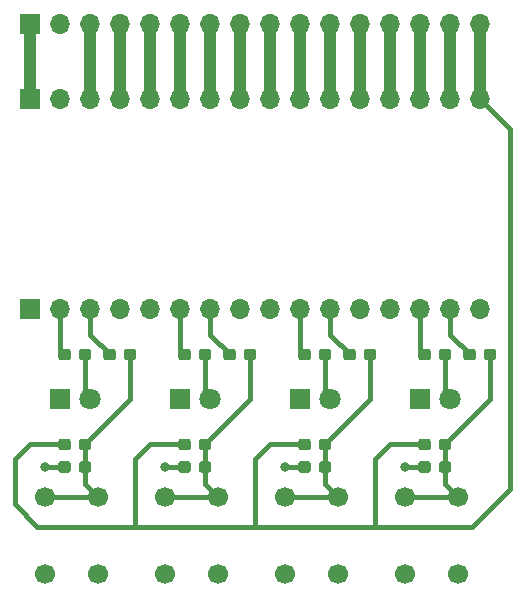
<source format=gtl>
G04 #@! TF.GenerationSoftware,KiCad,Pcbnew,5.1.4-e60b266~84~ubuntu18.04.1*
G04 #@! TF.CreationDate,2019-09-28T19:30:38+02:00*
G04 #@! TF.ProjectId,UpduinoLEDButtonExpander,55706475-696e-46f4-9c45-44427574746f,rev?*
G04 #@! TF.SameCoordinates,PX88dc9f0PY43d3480*
G04 #@! TF.FileFunction,Copper,L1,Top*
G04 #@! TF.FilePolarity,Positive*
%FSLAX46Y46*%
G04 Gerber Fmt 4.6, Leading zero omitted, Abs format (unit mm)*
G04 Created by KiCad (PCBNEW 5.1.4-e60b266~84~ubuntu18.04.1) date 2019-09-28 19:30:38*
%MOMM*%
%LPD*%
G04 APERTURE LIST*
%ADD10C,0.100000*%
%ADD11C,0.950000*%
%ADD12R,1.800000X1.800000*%
%ADD13C,1.800000*%
%ADD14R,1.700000X1.700000*%
%ADD15O,1.700000X1.700000*%
%ADD16C,1.700000*%
%ADD17C,0.800000*%
%ADD18C,1.000000*%
%ADD19C,0.400000*%
G04 APERTURE END LIST*
D10*
G36*
X-15804221Y-30641144D02*
G01*
X-15781166Y-30644563D01*
X-15758557Y-30650227D01*
X-15736613Y-30658079D01*
X-15715543Y-30668044D01*
X-15695552Y-30680026D01*
X-15676832Y-30693910D01*
X-15659562Y-30709562D01*
X-15643910Y-30726832D01*
X-15630026Y-30745552D01*
X-15618044Y-30765543D01*
X-15608079Y-30786613D01*
X-15600227Y-30808557D01*
X-15594563Y-30831166D01*
X-15591144Y-30854221D01*
X-15590000Y-30877500D01*
X-15590000Y-31352500D01*
X-15591144Y-31375779D01*
X-15594563Y-31398834D01*
X-15600227Y-31421443D01*
X-15608079Y-31443387D01*
X-15618044Y-31464457D01*
X-15630026Y-31484448D01*
X-15643910Y-31503168D01*
X-15659562Y-31520438D01*
X-15676832Y-31536090D01*
X-15695552Y-31549974D01*
X-15715543Y-31561956D01*
X-15736613Y-31571921D01*
X-15758557Y-31579773D01*
X-15781166Y-31585437D01*
X-15804221Y-31588856D01*
X-15827500Y-31590000D01*
X-16402500Y-31590000D01*
X-16425779Y-31588856D01*
X-16448834Y-31585437D01*
X-16471443Y-31579773D01*
X-16493387Y-31571921D01*
X-16514457Y-31561956D01*
X-16534448Y-31549974D01*
X-16553168Y-31536090D01*
X-16570438Y-31520438D01*
X-16586090Y-31503168D01*
X-16599974Y-31484448D01*
X-16611956Y-31464457D01*
X-16621921Y-31443387D01*
X-16629773Y-31421443D01*
X-16635437Y-31398834D01*
X-16638856Y-31375779D01*
X-16640000Y-31352500D01*
X-16640000Y-30877500D01*
X-16638856Y-30854221D01*
X-16635437Y-30831166D01*
X-16629773Y-30808557D01*
X-16621921Y-30786613D01*
X-16611956Y-30765543D01*
X-16599974Y-30745552D01*
X-16586090Y-30726832D01*
X-16570438Y-30709562D01*
X-16553168Y-30693910D01*
X-16534448Y-30680026D01*
X-16514457Y-30668044D01*
X-16493387Y-30658079D01*
X-16471443Y-30650227D01*
X-16448834Y-30644563D01*
X-16425779Y-30641144D01*
X-16402500Y-30640000D01*
X-15827500Y-30640000D01*
X-15804221Y-30641144D01*
X-15804221Y-30641144D01*
G37*
D11*
X-16115000Y-31115000D03*
D10*
G36*
X-14054221Y-30641144D02*
G01*
X-14031166Y-30644563D01*
X-14008557Y-30650227D01*
X-13986613Y-30658079D01*
X-13965543Y-30668044D01*
X-13945552Y-30680026D01*
X-13926832Y-30693910D01*
X-13909562Y-30709562D01*
X-13893910Y-30726832D01*
X-13880026Y-30745552D01*
X-13868044Y-30765543D01*
X-13858079Y-30786613D01*
X-13850227Y-30808557D01*
X-13844563Y-30831166D01*
X-13841144Y-30854221D01*
X-13840000Y-30877500D01*
X-13840000Y-31352500D01*
X-13841144Y-31375779D01*
X-13844563Y-31398834D01*
X-13850227Y-31421443D01*
X-13858079Y-31443387D01*
X-13868044Y-31464457D01*
X-13880026Y-31484448D01*
X-13893910Y-31503168D01*
X-13909562Y-31520438D01*
X-13926832Y-31536090D01*
X-13945552Y-31549974D01*
X-13965543Y-31561956D01*
X-13986613Y-31571921D01*
X-14008557Y-31579773D01*
X-14031166Y-31585437D01*
X-14054221Y-31588856D01*
X-14077500Y-31590000D01*
X-14652500Y-31590000D01*
X-14675779Y-31588856D01*
X-14698834Y-31585437D01*
X-14721443Y-31579773D01*
X-14743387Y-31571921D01*
X-14764457Y-31561956D01*
X-14784448Y-31549974D01*
X-14803168Y-31536090D01*
X-14820438Y-31520438D01*
X-14836090Y-31503168D01*
X-14849974Y-31484448D01*
X-14861956Y-31464457D01*
X-14871921Y-31443387D01*
X-14879773Y-31421443D01*
X-14885437Y-31398834D01*
X-14888856Y-31375779D01*
X-14890000Y-31352500D01*
X-14890000Y-30877500D01*
X-14888856Y-30854221D01*
X-14885437Y-30831166D01*
X-14879773Y-30808557D01*
X-14871921Y-30786613D01*
X-14861956Y-30765543D01*
X-14849974Y-30745552D01*
X-14836090Y-30726832D01*
X-14820438Y-30709562D01*
X-14803168Y-30693910D01*
X-14784448Y-30680026D01*
X-14764457Y-30668044D01*
X-14743387Y-30658079D01*
X-14721443Y-30650227D01*
X-14698834Y-30644563D01*
X-14675779Y-30641144D01*
X-14652500Y-30640000D01*
X-14077500Y-30640000D01*
X-14054221Y-30641144D01*
X-14054221Y-30641144D01*
G37*
D11*
X-14365000Y-31115000D03*
D10*
G36*
X-3894221Y-30641144D02*
G01*
X-3871166Y-30644563D01*
X-3848557Y-30650227D01*
X-3826613Y-30658079D01*
X-3805543Y-30668044D01*
X-3785552Y-30680026D01*
X-3766832Y-30693910D01*
X-3749562Y-30709562D01*
X-3733910Y-30726832D01*
X-3720026Y-30745552D01*
X-3708044Y-30765543D01*
X-3698079Y-30786613D01*
X-3690227Y-30808557D01*
X-3684563Y-30831166D01*
X-3681144Y-30854221D01*
X-3680000Y-30877500D01*
X-3680000Y-31352500D01*
X-3681144Y-31375779D01*
X-3684563Y-31398834D01*
X-3690227Y-31421443D01*
X-3698079Y-31443387D01*
X-3708044Y-31464457D01*
X-3720026Y-31484448D01*
X-3733910Y-31503168D01*
X-3749562Y-31520438D01*
X-3766832Y-31536090D01*
X-3785552Y-31549974D01*
X-3805543Y-31561956D01*
X-3826613Y-31571921D01*
X-3848557Y-31579773D01*
X-3871166Y-31585437D01*
X-3894221Y-31588856D01*
X-3917500Y-31590000D01*
X-4492500Y-31590000D01*
X-4515779Y-31588856D01*
X-4538834Y-31585437D01*
X-4561443Y-31579773D01*
X-4583387Y-31571921D01*
X-4604457Y-31561956D01*
X-4624448Y-31549974D01*
X-4643168Y-31536090D01*
X-4660438Y-31520438D01*
X-4676090Y-31503168D01*
X-4689974Y-31484448D01*
X-4701956Y-31464457D01*
X-4711921Y-31443387D01*
X-4719773Y-31421443D01*
X-4725437Y-31398834D01*
X-4728856Y-31375779D01*
X-4730000Y-31352500D01*
X-4730000Y-30877500D01*
X-4728856Y-30854221D01*
X-4725437Y-30831166D01*
X-4719773Y-30808557D01*
X-4711921Y-30786613D01*
X-4701956Y-30765543D01*
X-4689974Y-30745552D01*
X-4676090Y-30726832D01*
X-4660438Y-30709562D01*
X-4643168Y-30693910D01*
X-4624448Y-30680026D01*
X-4604457Y-30668044D01*
X-4583387Y-30658079D01*
X-4561443Y-30650227D01*
X-4538834Y-30644563D01*
X-4515779Y-30641144D01*
X-4492500Y-30640000D01*
X-3917500Y-30640000D01*
X-3894221Y-30641144D01*
X-3894221Y-30641144D01*
G37*
D11*
X-4205000Y-31115000D03*
D10*
G36*
X-5644221Y-30641144D02*
G01*
X-5621166Y-30644563D01*
X-5598557Y-30650227D01*
X-5576613Y-30658079D01*
X-5555543Y-30668044D01*
X-5535552Y-30680026D01*
X-5516832Y-30693910D01*
X-5499562Y-30709562D01*
X-5483910Y-30726832D01*
X-5470026Y-30745552D01*
X-5458044Y-30765543D01*
X-5448079Y-30786613D01*
X-5440227Y-30808557D01*
X-5434563Y-30831166D01*
X-5431144Y-30854221D01*
X-5430000Y-30877500D01*
X-5430000Y-31352500D01*
X-5431144Y-31375779D01*
X-5434563Y-31398834D01*
X-5440227Y-31421443D01*
X-5448079Y-31443387D01*
X-5458044Y-31464457D01*
X-5470026Y-31484448D01*
X-5483910Y-31503168D01*
X-5499562Y-31520438D01*
X-5516832Y-31536090D01*
X-5535552Y-31549974D01*
X-5555543Y-31561956D01*
X-5576613Y-31571921D01*
X-5598557Y-31579773D01*
X-5621166Y-31585437D01*
X-5644221Y-31588856D01*
X-5667500Y-31590000D01*
X-6242500Y-31590000D01*
X-6265779Y-31588856D01*
X-6288834Y-31585437D01*
X-6311443Y-31579773D01*
X-6333387Y-31571921D01*
X-6354457Y-31561956D01*
X-6374448Y-31549974D01*
X-6393168Y-31536090D01*
X-6410438Y-31520438D01*
X-6426090Y-31503168D01*
X-6439974Y-31484448D01*
X-6451956Y-31464457D01*
X-6461921Y-31443387D01*
X-6469773Y-31421443D01*
X-6475437Y-31398834D01*
X-6478856Y-31375779D01*
X-6480000Y-31352500D01*
X-6480000Y-30877500D01*
X-6478856Y-30854221D01*
X-6475437Y-30831166D01*
X-6469773Y-30808557D01*
X-6461921Y-30786613D01*
X-6451956Y-30765543D01*
X-6439974Y-30745552D01*
X-6426090Y-30726832D01*
X-6410438Y-30709562D01*
X-6393168Y-30693910D01*
X-6374448Y-30680026D01*
X-6354457Y-30668044D01*
X-6333387Y-30658079D01*
X-6311443Y-30650227D01*
X-6288834Y-30644563D01*
X-6265779Y-30641144D01*
X-6242500Y-30640000D01*
X-5667500Y-30640000D01*
X-5644221Y-30641144D01*
X-5644221Y-30641144D01*
G37*
D11*
X-5955000Y-31115000D03*
D10*
G36*
X4515779Y-30641144D02*
G01*
X4538834Y-30644563D01*
X4561443Y-30650227D01*
X4583387Y-30658079D01*
X4604457Y-30668044D01*
X4624448Y-30680026D01*
X4643168Y-30693910D01*
X4660438Y-30709562D01*
X4676090Y-30726832D01*
X4689974Y-30745552D01*
X4701956Y-30765543D01*
X4711921Y-30786613D01*
X4719773Y-30808557D01*
X4725437Y-30831166D01*
X4728856Y-30854221D01*
X4730000Y-30877500D01*
X4730000Y-31352500D01*
X4728856Y-31375779D01*
X4725437Y-31398834D01*
X4719773Y-31421443D01*
X4711921Y-31443387D01*
X4701956Y-31464457D01*
X4689974Y-31484448D01*
X4676090Y-31503168D01*
X4660438Y-31520438D01*
X4643168Y-31536090D01*
X4624448Y-31549974D01*
X4604457Y-31561956D01*
X4583387Y-31571921D01*
X4561443Y-31579773D01*
X4538834Y-31585437D01*
X4515779Y-31588856D01*
X4492500Y-31590000D01*
X3917500Y-31590000D01*
X3894221Y-31588856D01*
X3871166Y-31585437D01*
X3848557Y-31579773D01*
X3826613Y-31571921D01*
X3805543Y-31561956D01*
X3785552Y-31549974D01*
X3766832Y-31536090D01*
X3749562Y-31520438D01*
X3733910Y-31503168D01*
X3720026Y-31484448D01*
X3708044Y-31464457D01*
X3698079Y-31443387D01*
X3690227Y-31421443D01*
X3684563Y-31398834D01*
X3681144Y-31375779D01*
X3680000Y-31352500D01*
X3680000Y-30877500D01*
X3681144Y-30854221D01*
X3684563Y-30831166D01*
X3690227Y-30808557D01*
X3698079Y-30786613D01*
X3708044Y-30765543D01*
X3720026Y-30745552D01*
X3733910Y-30726832D01*
X3749562Y-30709562D01*
X3766832Y-30693910D01*
X3785552Y-30680026D01*
X3805543Y-30668044D01*
X3826613Y-30658079D01*
X3848557Y-30650227D01*
X3871166Y-30644563D01*
X3894221Y-30641144D01*
X3917500Y-30640000D01*
X4492500Y-30640000D01*
X4515779Y-30641144D01*
X4515779Y-30641144D01*
G37*
D11*
X4205000Y-31115000D03*
D10*
G36*
X6265779Y-30641144D02*
G01*
X6288834Y-30644563D01*
X6311443Y-30650227D01*
X6333387Y-30658079D01*
X6354457Y-30668044D01*
X6374448Y-30680026D01*
X6393168Y-30693910D01*
X6410438Y-30709562D01*
X6426090Y-30726832D01*
X6439974Y-30745552D01*
X6451956Y-30765543D01*
X6461921Y-30786613D01*
X6469773Y-30808557D01*
X6475437Y-30831166D01*
X6478856Y-30854221D01*
X6480000Y-30877500D01*
X6480000Y-31352500D01*
X6478856Y-31375779D01*
X6475437Y-31398834D01*
X6469773Y-31421443D01*
X6461921Y-31443387D01*
X6451956Y-31464457D01*
X6439974Y-31484448D01*
X6426090Y-31503168D01*
X6410438Y-31520438D01*
X6393168Y-31536090D01*
X6374448Y-31549974D01*
X6354457Y-31561956D01*
X6333387Y-31571921D01*
X6311443Y-31579773D01*
X6288834Y-31585437D01*
X6265779Y-31588856D01*
X6242500Y-31590000D01*
X5667500Y-31590000D01*
X5644221Y-31588856D01*
X5621166Y-31585437D01*
X5598557Y-31579773D01*
X5576613Y-31571921D01*
X5555543Y-31561956D01*
X5535552Y-31549974D01*
X5516832Y-31536090D01*
X5499562Y-31520438D01*
X5483910Y-31503168D01*
X5470026Y-31484448D01*
X5458044Y-31464457D01*
X5448079Y-31443387D01*
X5440227Y-31421443D01*
X5434563Y-31398834D01*
X5431144Y-31375779D01*
X5430000Y-31352500D01*
X5430000Y-30877500D01*
X5431144Y-30854221D01*
X5434563Y-30831166D01*
X5440227Y-30808557D01*
X5448079Y-30786613D01*
X5458044Y-30765543D01*
X5470026Y-30745552D01*
X5483910Y-30726832D01*
X5499562Y-30709562D01*
X5516832Y-30693910D01*
X5535552Y-30680026D01*
X5555543Y-30668044D01*
X5576613Y-30658079D01*
X5598557Y-30650227D01*
X5621166Y-30644563D01*
X5644221Y-30641144D01*
X5667500Y-30640000D01*
X6242500Y-30640000D01*
X6265779Y-30641144D01*
X6265779Y-30641144D01*
G37*
D11*
X5955000Y-31115000D03*
D10*
G36*
X16425779Y-30641144D02*
G01*
X16448834Y-30644563D01*
X16471443Y-30650227D01*
X16493387Y-30658079D01*
X16514457Y-30668044D01*
X16534448Y-30680026D01*
X16553168Y-30693910D01*
X16570438Y-30709562D01*
X16586090Y-30726832D01*
X16599974Y-30745552D01*
X16611956Y-30765543D01*
X16621921Y-30786613D01*
X16629773Y-30808557D01*
X16635437Y-30831166D01*
X16638856Y-30854221D01*
X16640000Y-30877500D01*
X16640000Y-31352500D01*
X16638856Y-31375779D01*
X16635437Y-31398834D01*
X16629773Y-31421443D01*
X16621921Y-31443387D01*
X16611956Y-31464457D01*
X16599974Y-31484448D01*
X16586090Y-31503168D01*
X16570438Y-31520438D01*
X16553168Y-31536090D01*
X16534448Y-31549974D01*
X16514457Y-31561956D01*
X16493387Y-31571921D01*
X16471443Y-31579773D01*
X16448834Y-31585437D01*
X16425779Y-31588856D01*
X16402500Y-31590000D01*
X15827500Y-31590000D01*
X15804221Y-31588856D01*
X15781166Y-31585437D01*
X15758557Y-31579773D01*
X15736613Y-31571921D01*
X15715543Y-31561956D01*
X15695552Y-31549974D01*
X15676832Y-31536090D01*
X15659562Y-31520438D01*
X15643910Y-31503168D01*
X15630026Y-31484448D01*
X15618044Y-31464457D01*
X15608079Y-31443387D01*
X15600227Y-31421443D01*
X15594563Y-31398834D01*
X15591144Y-31375779D01*
X15590000Y-31352500D01*
X15590000Y-30877500D01*
X15591144Y-30854221D01*
X15594563Y-30831166D01*
X15600227Y-30808557D01*
X15608079Y-30786613D01*
X15618044Y-30765543D01*
X15630026Y-30745552D01*
X15643910Y-30726832D01*
X15659562Y-30709562D01*
X15676832Y-30693910D01*
X15695552Y-30680026D01*
X15715543Y-30668044D01*
X15736613Y-30658079D01*
X15758557Y-30650227D01*
X15781166Y-30644563D01*
X15804221Y-30641144D01*
X15827500Y-30640000D01*
X16402500Y-30640000D01*
X16425779Y-30641144D01*
X16425779Y-30641144D01*
G37*
D11*
X16115000Y-31115000D03*
D10*
G36*
X14675779Y-30641144D02*
G01*
X14698834Y-30644563D01*
X14721443Y-30650227D01*
X14743387Y-30658079D01*
X14764457Y-30668044D01*
X14784448Y-30680026D01*
X14803168Y-30693910D01*
X14820438Y-30709562D01*
X14836090Y-30726832D01*
X14849974Y-30745552D01*
X14861956Y-30765543D01*
X14871921Y-30786613D01*
X14879773Y-30808557D01*
X14885437Y-30831166D01*
X14888856Y-30854221D01*
X14890000Y-30877500D01*
X14890000Y-31352500D01*
X14888856Y-31375779D01*
X14885437Y-31398834D01*
X14879773Y-31421443D01*
X14871921Y-31443387D01*
X14861956Y-31464457D01*
X14849974Y-31484448D01*
X14836090Y-31503168D01*
X14820438Y-31520438D01*
X14803168Y-31536090D01*
X14784448Y-31549974D01*
X14764457Y-31561956D01*
X14743387Y-31571921D01*
X14721443Y-31579773D01*
X14698834Y-31585437D01*
X14675779Y-31588856D01*
X14652500Y-31590000D01*
X14077500Y-31590000D01*
X14054221Y-31588856D01*
X14031166Y-31585437D01*
X14008557Y-31579773D01*
X13986613Y-31571921D01*
X13965543Y-31561956D01*
X13945552Y-31549974D01*
X13926832Y-31536090D01*
X13909562Y-31520438D01*
X13893910Y-31503168D01*
X13880026Y-31484448D01*
X13868044Y-31464457D01*
X13858079Y-31443387D01*
X13850227Y-31421443D01*
X13844563Y-31398834D01*
X13841144Y-31375779D01*
X13840000Y-31352500D01*
X13840000Y-30877500D01*
X13841144Y-30854221D01*
X13844563Y-30831166D01*
X13850227Y-30808557D01*
X13858079Y-30786613D01*
X13868044Y-30765543D01*
X13880026Y-30745552D01*
X13893910Y-30726832D01*
X13909562Y-30709562D01*
X13926832Y-30693910D01*
X13945552Y-30680026D01*
X13965543Y-30668044D01*
X13986613Y-30658079D01*
X14008557Y-30650227D01*
X14031166Y-30644563D01*
X14054221Y-30641144D01*
X14077500Y-30640000D01*
X14652500Y-30640000D01*
X14675779Y-30641144D01*
X14675779Y-30641144D01*
G37*
D11*
X14365000Y-31115000D03*
D12*
X-16510000Y-25400000D03*
D13*
X-13970000Y-25400000D03*
X-3810000Y-25400000D03*
D12*
X-6350000Y-25400000D03*
D13*
X6350000Y-25400000D03*
D12*
X3810000Y-25400000D03*
X13970000Y-25400000D03*
D13*
X16510000Y-25400000D03*
D14*
X-19050000Y0D03*
D15*
X-16510000Y0D03*
X-13970000Y0D03*
X-11430000Y0D03*
X-8890000Y0D03*
X-6350000Y0D03*
X-3810000Y0D03*
X-1270000Y0D03*
X1270000Y0D03*
X3810000Y0D03*
X6350000Y0D03*
X8890000Y0D03*
X11430000Y0D03*
X13970000Y0D03*
X16510000Y0D03*
X19050000Y0D03*
D10*
G36*
X-15804221Y-21116144D02*
G01*
X-15781166Y-21119563D01*
X-15758557Y-21125227D01*
X-15736613Y-21133079D01*
X-15715543Y-21143044D01*
X-15695552Y-21155026D01*
X-15676832Y-21168910D01*
X-15659562Y-21184562D01*
X-15643910Y-21201832D01*
X-15630026Y-21220552D01*
X-15618044Y-21240543D01*
X-15608079Y-21261613D01*
X-15600227Y-21283557D01*
X-15594563Y-21306166D01*
X-15591144Y-21329221D01*
X-15590000Y-21352500D01*
X-15590000Y-21827500D01*
X-15591144Y-21850779D01*
X-15594563Y-21873834D01*
X-15600227Y-21896443D01*
X-15608079Y-21918387D01*
X-15618044Y-21939457D01*
X-15630026Y-21959448D01*
X-15643910Y-21978168D01*
X-15659562Y-21995438D01*
X-15676832Y-22011090D01*
X-15695552Y-22024974D01*
X-15715543Y-22036956D01*
X-15736613Y-22046921D01*
X-15758557Y-22054773D01*
X-15781166Y-22060437D01*
X-15804221Y-22063856D01*
X-15827500Y-22065000D01*
X-16402500Y-22065000D01*
X-16425779Y-22063856D01*
X-16448834Y-22060437D01*
X-16471443Y-22054773D01*
X-16493387Y-22046921D01*
X-16514457Y-22036956D01*
X-16534448Y-22024974D01*
X-16553168Y-22011090D01*
X-16570438Y-21995438D01*
X-16586090Y-21978168D01*
X-16599974Y-21959448D01*
X-16611956Y-21939457D01*
X-16621921Y-21918387D01*
X-16629773Y-21896443D01*
X-16635437Y-21873834D01*
X-16638856Y-21850779D01*
X-16640000Y-21827500D01*
X-16640000Y-21352500D01*
X-16638856Y-21329221D01*
X-16635437Y-21306166D01*
X-16629773Y-21283557D01*
X-16621921Y-21261613D01*
X-16611956Y-21240543D01*
X-16599974Y-21220552D01*
X-16586090Y-21201832D01*
X-16570438Y-21184562D01*
X-16553168Y-21168910D01*
X-16534448Y-21155026D01*
X-16514457Y-21143044D01*
X-16493387Y-21133079D01*
X-16471443Y-21125227D01*
X-16448834Y-21119563D01*
X-16425779Y-21116144D01*
X-16402500Y-21115000D01*
X-15827500Y-21115000D01*
X-15804221Y-21116144D01*
X-15804221Y-21116144D01*
G37*
D11*
X-16115000Y-21590000D03*
D10*
G36*
X-14054221Y-21116144D02*
G01*
X-14031166Y-21119563D01*
X-14008557Y-21125227D01*
X-13986613Y-21133079D01*
X-13965543Y-21143044D01*
X-13945552Y-21155026D01*
X-13926832Y-21168910D01*
X-13909562Y-21184562D01*
X-13893910Y-21201832D01*
X-13880026Y-21220552D01*
X-13868044Y-21240543D01*
X-13858079Y-21261613D01*
X-13850227Y-21283557D01*
X-13844563Y-21306166D01*
X-13841144Y-21329221D01*
X-13840000Y-21352500D01*
X-13840000Y-21827500D01*
X-13841144Y-21850779D01*
X-13844563Y-21873834D01*
X-13850227Y-21896443D01*
X-13858079Y-21918387D01*
X-13868044Y-21939457D01*
X-13880026Y-21959448D01*
X-13893910Y-21978168D01*
X-13909562Y-21995438D01*
X-13926832Y-22011090D01*
X-13945552Y-22024974D01*
X-13965543Y-22036956D01*
X-13986613Y-22046921D01*
X-14008557Y-22054773D01*
X-14031166Y-22060437D01*
X-14054221Y-22063856D01*
X-14077500Y-22065000D01*
X-14652500Y-22065000D01*
X-14675779Y-22063856D01*
X-14698834Y-22060437D01*
X-14721443Y-22054773D01*
X-14743387Y-22046921D01*
X-14764457Y-22036956D01*
X-14784448Y-22024974D01*
X-14803168Y-22011090D01*
X-14820438Y-21995438D01*
X-14836090Y-21978168D01*
X-14849974Y-21959448D01*
X-14861956Y-21939457D01*
X-14871921Y-21918387D01*
X-14879773Y-21896443D01*
X-14885437Y-21873834D01*
X-14888856Y-21850779D01*
X-14890000Y-21827500D01*
X-14890000Y-21352500D01*
X-14888856Y-21329221D01*
X-14885437Y-21306166D01*
X-14879773Y-21283557D01*
X-14871921Y-21261613D01*
X-14861956Y-21240543D01*
X-14849974Y-21220552D01*
X-14836090Y-21201832D01*
X-14820438Y-21184562D01*
X-14803168Y-21168910D01*
X-14784448Y-21155026D01*
X-14764457Y-21143044D01*
X-14743387Y-21133079D01*
X-14721443Y-21125227D01*
X-14698834Y-21119563D01*
X-14675779Y-21116144D01*
X-14652500Y-21115000D01*
X-14077500Y-21115000D01*
X-14054221Y-21116144D01*
X-14054221Y-21116144D01*
G37*
D11*
X-14365000Y-21590000D03*
D10*
G36*
X-15804221Y-28736144D02*
G01*
X-15781166Y-28739563D01*
X-15758557Y-28745227D01*
X-15736613Y-28753079D01*
X-15715543Y-28763044D01*
X-15695552Y-28775026D01*
X-15676832Y-28788910D01*
X-15659562Y-28804562D01*
X-15643910Y-28821832D01*
X-15630026Y-28840552D01*
X-15618044Y-28860543D01*
X-15608079Y-28881613D01*
X-15600227Y-28903557D01*
X-15594563Y-28926166D01*
X-15591144Y-28949221D01*
X-15590000Y-28972500D01*
X-15590000Y-29447500D01*
X-15591144Y-29470779D01*
X-15594563Y-29493834D01*
X-15600227Y-29516443D01*
X-15608079Y-29538387D01*
X-15618044Y-29559457D01*
X-15630026Y-29579448D01*
X-15643910Y-29598168D01*
X-15659562Y-29615438D01*
X-15676832Y-29631090D01*
X-15695552Y-29644974D01*
X-15715543Y-29656956D01*
X-15736613Y-29666921D01*
X-15758557Y-29674773D01*
X-15781166Y-29680437D01*
X-15804221Y-29683856D01*
X-15827500Y-29685000D01*
X-16402500Y-29685000D01*
X-16425779Y-29683856D01*
X-16448834Y-29680437D01*
X-16471443Y-29674773D01*
X-16493387Y-29666921D01*
X-16514457Y-29656956D01*
X-16534448Y-29644974D01*
X-16553168Y-29631090D01*
X-16570438Y-29615438D01*
X-16586090Y-29598168D01*
X-16599974Y-29579448D01*
X-16611956Y-29559457D01*
X-16621921Y-29538387D01*
X-16629773Y-29516443D01*
X-16635437Y-29493834D01*
X-16638856Y-29470779D01*
X-16640000Y-29447500D01*
X-16640000Y-28972500D01*
X-16638856Y-28949221D01*
X-16635437Y-28926166D01*
X-16629773Y-28903557D01*
X-16621921Y-28881613D01*
X-16611956Y-28860543D01*
X-16599974Y-28840552D01*
X-16586090Y-28821832D01*
X-16570438Y-28804562D01*
X-16553168Y-28788910D01*
X-16534448Y-28775026D01*
X-16514457Y-28763044D01*
X-16493387Y-28753079D01*
X-16471443Y-28745227D01*
X-16448834Y-28739563D01*
X-16425779Y-28736144D01*
X-16402500Y-28735000D01*
X-15827500Y-28735000D01*
X-15804221Y-28736144D01*
X-15804221Y-28736144D01*
G37*
D11*
X-16115000Y-29210000D03*
D10*
G36*
X-14054221Y-28736144D02*
G01*
X-14031166Y-28739563D01*
X-14008557Y-28745227D01*
X-13986613Y-28753079D01*
X-13965543Y-28763044D01*
X-13945552Y-28775026D01*
X-13926832Y-28788910D01*
X-13909562Y-28804562D01*
X-13893910Y-28821832D01*
X-13880026Y-28840552D01*
X-13868044Y-28860543D01*
X-13858079Y-28881613D01*
X-13850227Y-28903557D01*
X-13844563Y-28926166D01*
X-13841144Y-28949221D01*
X-13840000Y-28972500D01*
X-13840000Y-29447500D01*
X-13841144Y-29470779D01*
X-13844563Y-29493834D01*
X-13850227Y-29516443D01*
X-13858079Y-29538387D01*
X-13868044Y-29559457D01*
X-13880026Y-29579448D01*
X-13893910Y-29598168D01*
X-13909562Y-29615438D01*
X-13926832Y-29631090D01*
X-13945552Y-29644974D01*
X-13965543Y-29656956D01*
X-13986613Y-29666921D01*
X-14008557Y-29674773D01*
X-14031166Y-29680437D01*
X-14054221Y-29683856D01*
X-14077500Y-29685000D01*
X-14652500Y-29685000D01*
X-14675779Y-29683856D01*
X-14698834Y-29680437D01*
X-14721443Y-29674773D01*
X-14743387Y-29666921D01*
X-14764457Y-29656956D01*
X-14784448Y-29644974D01*
X-14803168Y-29631090D01*
X-14820438Y-29615438D01*
X-14836090Y-29598168D01*
X-14849974Y-29579448D01*
X-14861956Y-29559457D01*
X-14871921Y-29538387D01*
X-14879773Y-29516443D01*
X-14885437Y-29493834D01*
X-14888856Y-29470779D01*
X-14890000Y-29447500D01*
X-14890000Y-28972500D01*
X-14888856Y-28949221D01*
X-14885437Y-28926166D01*
X-14879773Y-28903557D01*
X-14871921Y-28881613D01*
X-14861956Y-28860543D01*
X-14849974Y-28840552D01*
X-14836090Y-28821832D01*
X-14820438Y-28804562D01*
X-14803168Y-28788910D01*
X-14784448Y-28775026D01*
X-14764457Y-28763044D01*
X-14743387Y-28753079D01*
X-14721443Y-28745227D01*
X-14698834Y-28739563D01*
X-14675779Y-28736144D01*
X-14652500Y-28735000D01*
X-14077500Y-28735000D01*
X-14054221Y-28736144D01*
X-14054221Y-28736144D01*
G37*
D11*
X-14365000Y-29210000D03*
D10*
G36*
X-5644221Y-21116144D02*
G01*
X-5621166Y-21119563D01*
X-5598557Y-21125227D01*
X-5576613Y-21133079D01*
X-5555543Y-21143044D01*
X-5535552Y-21155026D01*
X-5516832Y-21168910D01*
X-5499562Y-21184562D01*
X-5483910Y-21201832D01*
X-5470026Y-21220552D01*
X-5458044Y-21240543D01*
X-5448079Y-21261613D01*
X-5440227Y-21283557D01*
X-5434563Y-21306166D01*
X-5431144Y-21329221D01*
X-5430000Y-21352500D01*
X-5430000Y-21827500D01*
X-5431144Y-21850779D01*
X-5434563Y-21873834D01*
X-5440227Y-21896443D01*
X-5448079Y-21918387D01*
X-5458044Y-21939457D01*
X-5470026Y-21959448D01*
X-5483910Y-21978168D01*
X-5499562Y-21995438D01*
X-5516832Y-22011090D01*
X-5535552Y-22024974D01*
X-5555543Y-22036956D01*
X-5576613Y-22046921D01*
X-5598557Y-22054773D01*
X-5621166Y-22060437D01*
X-5644221Y-22063856D01*
X-5667500Y-22065000D01*
X-6242500Y-22065000D01*
X-6265779Y-22063856D01*
X-6288834Y-22060437D01*
X-6311443Y-22054773D01*
X-6333387Y-22046921D01*
X-6354457Y-22036956D01*
X-6374448Y-22024974D01*
X-6393168Y-22011090D01*
X-6410438Y-21995438D01*
X-6426090Y-21978168D01*
X-6439974Y-21959448D01*
X-6451956Y-21939457D01*
X-6461921Y-21918387D01*
X-6469773Y-21896443D01*
X-6475437Y-21873834D01*
X-6478856Y-21850779D01*
X-6480000Y-21827500D01*
X-6480000Y-21352500D01*
X-6478856Y-21329221D01*
X-6475437Y-21306166D01*
X-6469773Y-21283557D01*
X-6461921Y-21261613D01*
X-6451956Y-21240543D01*
X-6439974Y-21220552D01*
X-6426090Y-21201832D01*
X-6410438Y-21184562D01*
X-6393168Y-21168910D01*
X-6374448Y-21155026D01*
X-6354457Y-21143044D01*
X-6333387Y-21133079D01*
X-6311443Y-21125227D01*
X-6288834Y-21119563D01*
X-6265779Y-21116144D01*
X-6242500Y-21115000D01*
X-5667500Y-21115000D01*
X-5644221Y-21116144D01*
X-5644221Y-21116144D01*
G37*
D11*
X-5955000Y-21590000D03*
D10*
G36*
X-3894221Y-21116144D02*
G01*
X-3871166Y-21119563D01*
X-3848557Y-21125227D01*
X-3826613Y-21133079D01*
X-3805543Y-21143044D01*
X-3785552Y-21155026D01*
X-3766832Y-21168910D01*
X-3749562Y-21184562D01*
X-3733910Y-21201832D01*
X-3720026Y-21220552D01*
X-3708044Y-21240543D01*
X-3698079Y-21261613D01*
X-3690227Y-21283557D01*
X-3684563Y-21306166D01*
X-3681144Y-21329221D01*
X-3680000Y-21352500D01*
X-3680000Y-21827500D01*
X-3681144Y-21850779D01*
X-3684563Y-21873834D01*
X-3690227Y-21896443D01*
X-3698079Y-21918387D01*
X-3708044Y-21939457D01*
X-3720026Y-21959448D01*
X-3733910Y-21978168D01*
X-3749562Y-21995438D01*
X-3766832Y-22011090D01*
X-3785552Y-22024974D01*
X-3805543Y-22036956D01*
X-3826613Y-22046921D01*
X-3848557Y-22054773D01*
X-3871166Y-22060437D01*
X-3894221Y-22063856D01*
X-3917500Y-22065000D01*
X-4492500Y-22065000D01*
X-4515779Y-22063856D01*
X-4538834Y-22060437D01*
X-4561443Y-22054773D01*
X-4583387Y-22046921D01*
X-4604457Y-22036956D01*
X-4624448Y-22024974D01*
X-4643168Y-22011090D01*
X-4660438Y-21995438D01*
X-4676090Y-21978168D01*
X-4689974Y-21959448D01*
X-4701956Y-21939457D01*
X-4711921Y-21918387D01*
X-4719773Y-21896443D01*
X-4725437Y-21873834D01*
X-4728856Y-21850779D01*
X-4730000Y-21827500D01*
X-4730000Y-21352500D01*
X-4728856Y-21329221D01*
X-4725437Y-21306166D01*
X-4719773Y-21283557D01*
X-4711921Y-21261613D01*
X-4701956Y-21240543D01*
X-4689974Y-21220552D01*
X-4676090Y-21201832D01*
X-4660438Y-21184562D01*
X-4643168Y-21168910D01*
X-4624448Y-21155026D01*
X-4604457Y-21143044D01*
X-4583387Y-21133079D01*
X-4561443Y-21125227D01*
X-4538834Y-21119563D01*
X-4515779Y-21116144D01*
X-4492500Y-21115000D01*
X-3917500Y-21115000D01*
X-3894221Y-21116144D01*
X-3894221Y-21116144D01*
G37*
D11*
X-4205000Y-21590000D03*
D10*
G36*
X-3894221Y-28736144D02*
G01*
X-3871166Y-28739563D01*
X-3848557Y-28745227D01*
X-3826613Y-28753079D01*
X-3805543Y-28763044D01*
X-3785552Y-28775026D01*
X-3766832Y-28788910D01*
X-3749562Y-28804562D01*
X-3733910Y-28821832D01*
X-3720026Y-28840552D01*
X-3708044Y-28860543D01*
X-3698079Y-28881613D01*
X-3690227Y-28903557D01*
X-3684563Y-28926166D01*
X-3681144Y-28949221D01*
X-3680000Y-28972500D01*
X-3680000Y-29447500D01*
X-3681144Y-29470779D01*
X-3684563Y-29493834D01*
X-3690227Y-29516443D01*
X-3698079Y-29538387D01*
X-3708044Y-29559457D01*
X-3720026Y-29579448D01*
X-3733910Y-29598168D01*
X-3749562Y-29615438D01*
X-3766832Y-29631090D01*
X-3785552Y-29644974D01*
X-3805543Y-29656956D01*
X-3826613Y-29666921D01*
X-3848557Y-29674773D01*
X-3871166Y-29680437D01*
X-3894221Y-29683856D01*
X-3917500Y-29685000D01*
X-4492500Y-29685000D01*
X-4515779Y-29683856D01*
X-4538834Y-29680437D01*
X-4561443Y-29674773D01*
X-4583387Y-29666921D01*
X-4604457Y-29656956D01*
X-4624448Y-29644974D01*
X-4643168Y-29631090D01*
X-4660438Y-29615438D01*
X-4676090Y-29598168D01*
X-4689974Y-29579448D01*
X-4701956Y-29559457D01*
X-4711921Y-29538387D01*
X-4719773Y-29516443D01*
X-4725437Y-29493834D01*
X-4728856Y-29470779D01*
X-4730000Y-29447500D01*
X-4730000Y-28972500D01*
X-4728856Y-28949221D01*
X-4725437Y-28926166D01*
X-4719773Y-28903557D01*
X-4711921Y-28881613D01*
X-4701956Y-28860543D01*
X-4689974Y-28840552D01*
X-4676090Y-28821832D01*
X-4660438Y-28804562D01*
X-4643168Y-28788910D01*
X-4624448Y-28775026D01*
X-4604457Y-28763044D01*
X-4583387Y-28753079D01*
X-4561443Y-28745227D01*
X-4538834Y-28739563D01*
X-4515779Y-28736144D01*
X-4492500Y-28735000D01*
X-3917500Y-28735000D01*
X-3894221Y-28736144D01*
X-3894221Y-28736144D01*
G37*
D11*
X-4205000Y-29210000D03*
D10*
G36*
X-5644221Y-28736144D02*
G01*
X-5621166Y-28739563D01*
X-5598557Y-28745227D01*
X-5576613Y-28753079D01*
X-5555543Y-28763044D01*
X-5535552Y-28775026D01*
X-5516832Y-28788910D01*
X-5499562Y-28804562D01*
X-5483910Y-28821832D01*
X-5470026Y-28840552D01*
X-5458044Y-28860543D01*
X-5448079Y-28881613D01*
X-5440227Y-28903557D01*
X-5434563Y-28926166D01*
X-5431144Y-28949221D01*
X-5430000Y-28972500D01*
X-5430000Y-29447500D01*
X-5431144Y-29470779D01*
X-5434563Y-29493834D01*
X-5440227Y-29516443D01*
X-5448079Y-29538387D01*
X-5458044Y-29559457D01*
X-5470026Y-29579448D01*
X-5483910Y-29598168D01*
X-5499562Y-29615438D01*
X-5516832Y-29631090D01*
X-5535552Y-29644974D01*
X-5555543Y-29656956D01*
X-5576613Y-29666921D01*
X-5598557Y-29674773D01*
X-5621166Y-29680437D01*
X-5644221Y-29683856D01*
X-5667500Y-29685000D01*
X-6242500Y-29685000D01*
X-6265779Y-29683856D01*
X-6288834Y-29680437D01*
X-6311443Y-29674773D01*
X-6333387Y-29666921D01*
X-6354457Y-29656956D01*
X-6374448Y-29644974D01*
X-6393168Y-29631090D01*
X-6410438Y-29615438D01*
X-6426090Y-29598168D01*
X-6439974Y-29579448D01*
X-6451956Y-29559457D01*
X-6461921Y-29538387D01*
X-6469773Y-29516443D01*
X-6475437Y-29493834D01*
X-6478856Y-29470779D01*
X-6480000Y-29447500D01*
X-6480000Y-28972500D01*
X-6478856Y-28949221D01*
X-6475437Y-28926166D01*
X-6469773Y-28903557D01*
X-6461921Y-28881613D01*
X-6451956Y-28860543D01*
X-6439974Y-28840552D01*
X-6426090Y-28821832D01*
X-6410438Y-28804562D01*
X-6393168Y-28788910D01*
X-6374448Y-28775026D01*
X-6354457Y-28763044D01*
X-6333387Y-28753079D01*
X-6311443Y-28745227D01*
X-6288834Y-28739563D01*
X-6265779Y-28736144D01*
X-6242500Y-28735000D01*
X-5667500Y-28735000D01*
X-5644221Y-28736144D01*
X-5644221Y-28736144D01*
G37*
D11*
X-5955000Y-29210000D03*
D10*
G36*
X6265779Y-21116144D02*
G01*
X6288834Y-21119563D01*
X6311443Y-21125227D01*
X6333387Y-21133079D01*
X6354457Y-21143044D01*
X6374448Y-21155026D01*
X6393168Y-21168910D01*
X6410438Y-21184562D01*
X6426090Y-21201832D01*
X6439974Y-21220552D01*
X6451956Y-21240543D01*
X6461921Y-21261613D01*
X6469773Y-21283557D01*
X6475437Y-21306166D01*
X6478856Y-21329221D01*
X6480000Y-21352500D01*
X6480000Y-21827500D01*
X6478856Y-21850779D01*
X6475437Y-21873834D01*
X6469773Y-21896443D01*
X6461921Y-21918387D01*
X6451956Y-21939457D01*
X6439974Y-21959448D01*
X6426090Y-21978168D01*
X6410438Y-21995438D01*
X6393168Y-22011090D01*
X6374448Y-22024974D01*
X6354457Y-22036956D01*
X6333387Y-22046921D01*
X6311443Y-22054773D01*
X6288834Y-22060437D01*
X6265779Y-22063856D01*
X6242500Y-22065000D01*
X5667500Y-22065000D01*
X5644221Y-22063856D01*
X5621166Y-22060437D01*
X5598557Y-22054773D01*
X5576613Y-22046921D01*
X5555543Y-22036956D01*
X5535552Y-22024974D01*
X5516832Y-22011090D01*
X5499562Y-21995438D01*
X5483910Y-21978168D01*
X5470026Y-21959448D01*
X5458044Y-21939457D01*
X5448079Y-21918387D01*
X5440227Y-21896443D01*
X5434563Y-21873834D01*
X5431144Y-21850779D01*
X5430000Y-21827500D01*
X5430000Y-21352500D01*
X5431144Y-21329221D01*
X5434563Y-21306166D01*
X5440227Y-21283557D01*
X5448079Y-21261613D01*
X5458044Y-21240543D01*
X5470026Y-21220552D01*
X5483910Y-21201832D01*
X5499562Y-21184562D01*
X5516832Y-21168910D01*
X5535552Y-21155026D01*
X5555543Y-21143044D01*
X5576613Y-21133079D01*
X5598557Y-21125227D01*
X5621166Y-21119563D01*
X5644221Y-21116144D01*
X5667500Y-21115000D01*
X6242500Y-21115000D01*
X6265779Y-21116144D01*
X6265779Y-21116144D01*
G37*
D11*
X5955000Y-21590000D03*
D10*
G36*
X4515779Y-21116144D02*
G01*
X4538834Y-21119563D01*
X4561443Y-21125227D01*
X4583387Y-21133079D01*
X4604457Y-21143044D01*
X4624448Y-21155026D01*
X4643168Y-21168910D01*
X4660438Y-21184562D01*
X4676090Y-21201832D01*
X4689974Y-21220552D01*
X4701956Y-21240543D01*
X4711921Y-21261613D01*
X4719773Y-21283557D01*
X4725437Y-21306166D01*
X4728856Y-21329221D01*
X4730000Y-21352500D01*
X4730000Y-21827500D01*
X4728856Y-21850779D01*
X4725437Y-21873834D01*
X4719773Y-21896443D01*
X4711921Y-21918387D01*
X4701956Y-21939457D01*
X4689974Y-21959448D01*
X4676090Y-21978168D01*
X4660438Y-21995438D01*
X4643168Y-22011090D01*
X4624448Y-22024974D01*
X4604457Y-22036956D01*
X4583387Y-22046921D01*
X4561443Y-22054773D01*
X4538834Y-22060437D01*
X4515779Y-22063856D01*
X4492500Y-22065000D01*
X3917500Y-22065000D01*
X3894221Y-22063856D01*
X3871166Y-22060437D01*
X3848557Y-22054773D01*
X3826613Y-22046921D01*
X3805543Y-22036956D01*
X3785552Y-22024974D01*
X3766832Y-22011090D01*
X3749562Y-21995438D01*
X3733910Y-21978168D01*
X3720026Y-21959448D01*
X3708044Y-21939457D01*
X3698079Y-21918387D01*
X3690227Y-21896443D01*
X3684563Y-21873834D01*
X3681144Y-21850779D01*
X3680000Y-21827500D01*
X3680000Y-21352500D01*
X3681144Y-21329221D01*
X3684563Y-21306166D01*
X3690227Y-21283557D01*
X3698079Y-21261613D01*
X3708044Y-21240543D01*
X3720026Y-21220552D01*
X3733910Y-21201832D01*
X3749562Y-21184562D01*
X3766832Y-21168910D01*
X3785552Y-21155026D01*
X3805543Y-21143044D01*
X3826613Y-21133079D01*
X3848557Y-21125227D01*
X3871166Y-21119563D01*
X3894221Y-21116144D01*
X3917500Y-21115000D01*
X4492500Y-21115000D01*
X4515779Y-21116144D01*
X4515779Y-21116144D01*
G37*
D11*
X4205000Y-21590000D03*
D10*
G36*
X6265779Y-28736144D02*
G01*
X6288834Y-28739563D01*
X6311443Y-28745227D01*
X6333387Y-28753079D01*
X6354457Y-28763044D01*
X6374448Y-28775026D01*
X6393168Y-28788910D01*
X6410438Y-28804562D01*
X6426090Y-28821832D01*
X6439974Y-28840552D01*
X6451956Y-28860543D01*
X6461921Y-28881613D01*
X6469773Y-28903557D01*
X6475437Y-28926166D01*
X6478856Y-28949221D01*
X6480000Y-28972500D01*
X6480000Y-29447500D01*
X6478856Y-29470779D01*
X6475437Y-29493834D01*
X6469773Y-29516443D01*
X6461921Y-29538387D01*
X6451956Y-29559457D01*
X6439974Y-29579448D01*
X6426090Y-29598168D01*
X6410438Y-29615438D01*
X6393168Y-29631090D01*
X6374448Y-29644974D01*
X6354457Y-29656956D01*
X6333387Y-29666921D01*
X6311443Y-29674773D01*
X6288834Y-29680437D01*
X6265779Y-29683856D01*
X6242500Y-29685000D01*
X5667500Y-29685000D01*
X5644221Y-29683856D01*
X5621166Y-29680437D01*
X5598557Y-29674773D01*
X5576613Y-29666921D01*
X5555543Y-29656956D01*
X5535552Y-29644974D01*
X5516832Y-29631090D01*
X5499562Y-29615438D01*
X5483910Y-29598168D01*
X5470026Y-29579448D01*
X5458044Y-29559457D01*
X5448079Y-29538387D01*
X5440227Y-29516443D01*
X5434563Y-29493834D01*
X5431144Y-29470779D01*
X5430000Y-29447500D01*
X5430000Y-28972500D01*
X5431144Y-28949221D01*
X5434563Y-28926166D01*
X5440227Y-28903557D01*
X5448079Y-28881613D01*
X5458044Y-28860543D01*
X5470026Y-28840552D01*
X5483910Y-28821832D01*
X5499562Y-28804562D01*
X5516832Y-28788910D01*
X5535552Y-28775026D01*
X5555543Y-28763044D01*
X5576613Y-28753079D01*
X5598557Y-28745227D01*
X5621166Y-28739563D01*
X5644221Y-28736144D01*
X5667500Y-28735000D01*
X6242500Y-28735000D01*
X6265779Y-28736144D01*
X6265779Y-28736144D01*
G37*
D11*
X5955000Y-29210000D03*
D10*
G36*
X4515779Y-28736144D02*
G01*
X4538834Y-28739563D01*
X4561443Y-28745227D01*
X4583387Y-28753079D01*
X4604457Y-28763044D01*
X4624448Y-28775026D01*
X4643168Y-28788910D01*
X4660438Y-28804562D01*
X4676090Y-28821832D01*
X4689974Y-28840552D01*
X4701956Y-28860543D01*
X4711921Y-28881613D01*
X4719773Y-28903557D01*
X4725437Y-28926166D01*
X4728856Y-28949221D01*
X4730000Y-28972500D01*
X4730000Y-29447500D01*
X4728856Y-29470779D01*
X4725437Y-29493834D01*
X4719773Y-29516443D01*
X4711921Y-29538387D01*
X4701956Y-29559457D01*
X4689974Y-29579448D01*
X4676090Y-29598168D01*
X4660438Y-29615438D01*
X4643168Y-29631090D01*
X4624448Y-29644974D01*
X4604457Y-29656956D01*
X4583387Y-29666921D01*
X4561443Y-29674773D01*
X4538834Y-29680437D01*
X4515779Y-29683856D01*
X4492500Y-29685000D01*
X3917500Y-29685000D01*
X3894221Y-29683856D01*
X3871166Y-29680437D01*
X3848557Y-29674773D01*
X3826613Y-29666921D01*
X3805543Y-29656956D01*
X3785552Y-29644974D01*
X3766832Y-29631090D01*
X3749562Y-29615438D01*
X3733910Y-29598168D01*
X3720026Y-29579448D01*
X3708044Y-29559457D01*
X3698079Y-29538387D01*
X3690227Y-29516443D01*
X3684563Y-29493834D01*
X3681144Y-29470779D01*
X3680000Y-29447500D01*
X3680000Y-28972500D01*
X3681144Y-28949221D01*
X3684563Y-28926166D01*
X3690227Y-28903557D01*
X3698079Y-28881613D01*
X3708044Y-28860543D01*
X3720026Y-28840552D01*
X3733910Y-28821832D01*
X3749562Y-28804562D01*
X3766832Y-28788910D01*
X3785552Y-28775026D01*
X3805543Y-28763044D01*
X3826613Y-28753079D01*
X3848557Y-28745227D01*
X3871166Y-28739563D01*
X3894221Y-28736144D01*
X3917500Y-28735000D01*
X4492500Y-28735000D01*
X4515779Y-28736144D01*
X4515779Y-28736144D01*
G37*
D11*
X4205000Y-29210000D03*
D10*
G36*
X16425779Y-21116144D02*
G01*
X16448834Y-21119563D01*
X16471443Y-21125227D01*
X16493387Y-21133079D01*
X16514457Y-21143044D01*
X16534448Y-21155026D01*
X16553168Y-21168910D01*
X16570438Y-21184562D01*
X16586090Y-21201832D01*
X16599974Y-21220552D01*
X16611956Y-21240543D01*
X16621921Y-21261613D01*
X16629773Y-21283557D01*
X16635437Y-21306166D01*
X16638856Y-21329221D01*
X16640000Y-21352500D01*
X16640000Y-21827500D01*
X16638856Y-21850779D01*
X16635437Y-21873834D01*
X16629773Y-21896443D01*
X16621921Y-21918387D01*
X16611956Y-21939457D01*
X16599974Y-21959448D01*
X16586090Y-21978168D01*
X16570438Y-21995438D01*
X16553168Y-22011090D01*
X16534448Y-22024974D01*
X16514457Y-22036956D01*
X16493387Y-22046921D01*
X16471443Y-22054773D01*
X16448834Y-22060437D01*
X16425779Y-22063856D01*
X16402500Y-22065000D01*
X15827500Y-22065000D01*
X15804221Y-22063856D01*
X15781166Y-22060437D01*
X15758557Y-22054773D01*
X15736613Y-22046921D01*
X15715543Y-22036956D01*
X15695552Y-22024974D01*
X15676832Y-22011090D01*
X15659562Y-21995438D01*
X15643910Y-21978168D01*
X15630026Y-21959448D01*
X15618044Y-21939457D01*
X15608079Y-21918387D01*
X15600227Y-21896443D01*
X15594563Y-21873834D01*
X15591144Y-21850779D01*
X15590000Y-21827500D01*
X15590000Y-21352500D01*
X15591144Y-21329221D01*
X15594563Y-21306166D01*
X15600227Y-21283557D01*
X15608079Y-21261613D01*
X15618044Y-21240543D01*
X15630026Y-21220552D01*
X15643910Y-21201832D01*
X15659562Y-21184562D01*
X15676832Y-21168910D01*
X15695552Y-21155026D01*
X15715543Y-21143044D01*
X15736613Y-21133079D01*
X15758557Y-21125227D01*
X15781166Y-21119563D01*
X15804221Y-21116144D01*
X15827500Y-21115000D01*
X16402500Y-21115000D01*
X16425779Y-21116144D01*
X16425779Y-21116144D01*
G37*
D11*
X16115000Y-21590000D03*
D10*
G36*
X14675779Y-21116144D02*
G01*
X14698834Y-21119563D01*
X14721443Y-21125227D01*
X14743387Y-21133079D01*
X14764457Y-21143044D01*
X14784448Y-21155026D01*
X14803168Y-21168910D01*
X14820438Y-21184562D01*
X14836090Y-21201832D01*
X14849974Y-21220552D01*
X14861956Y-21240543D01*
X14871921Y-21261613D01*
X14879773Y-21283557D01*
X14885437Y-21306166D01*
X14888856Y-21329221D01*
X14890000Y-21352500D01*
X14890000Y-21827500D01*
X14888856Y-21850779D01*
X14885437Y-21873834D01*
X14879773Y-21896443D01*
X14871921Y-21918387D01*
X14861956Y-21939457D01*
X14849974Y-21959448D01*
X14836090Y-21978168D01*
X14820438Y-21995438D01*
X14803168Y-22011090D01*
X14784448Y-22024974D01*
X14764457Y-22036956D01*
X14743387Y-22046921D01*
X14721443Y-22054773D01*
X14698834Y-22060437D01*
X14675779Y-22063856D01*
X14652500Y-22065000D01*
X14077500Y-22065000D01*
X14054221Y-22063856D01*
X14031166Y-22060437D01*
X14008557Y-22054773D01*
X13986613Y-22046921D01*
X13965543Y-22036956D01*
X13945552Y-22024974D01*
X13926832Y-22011090D01*
X13909562Y-21995438D01*
X13893910Y-21978168D01*
X13880026Y-21959448D01*
X13868044Y-21939457D01*
X13858079Y-21918387D01*
X13850227Y-21896443D01*
X13844563Y-21873834D01*
X13841144Y-21850779D01*
X13840000Y-21827500D01*
X13840000Y-21352500D01*
X13841144Y-21329221D01*
X13844563Y-21306166D01*
X13850227Y-21283557D01*
X13858079Y-21261613D01*
X13868044Y-21240543D01*
X13880026Y-21220552D01*
X13893910Y-21201832D01*
X13909562Y-21184562D01*
X13926832Y-21168910D01*
X13945552Y-21155026D01*
X13965543Y-21143044D01*
X13986613Y-21133079D01*
X14008557Y-21125227D01*
X14031166Y-21119563D01*
X14054221Y-21116144D01*
X14077500Y-21115000D01*
X14652500Y-21115000D01*
X14675779Y-21116144D01*
X14675779Y-21116144D01*
G37*
D11*
X14365000Y-21590000D03*
D10*
G36*
X16425779Y-28736144D02*
G01*
X16448834Y-28739563D01*
X16471443Y-28745227D01*
X16493387Y-28753079D01*
X16514457Y-28763044D01*
X16534448Y-28775026D01*
X16553168Y-28788910D01*
X16570438Y-28804562D01*
X16586090Y-28821832D01*
X16599974Y-28840552D01*
X16611956Y-28860543D01*
X16621921Y-28881613D01*
X16629773Y-28903557D01*
X16635437Y-28926166D01*
X16638856Y-28949221D01*
X16640000Y-28972500D01*
X16640000Y-29447500D01*
X16638856Y-29470779D01*
X16635437Y-29493834D01*
X16629773Y-29516443D01*
X16621921Y-29538387D01*
X16611956Y-29559457D01*
X16599974Y-29579448D01*
X16586090Y-29598168D01*
X16570438Y-29615438D01*
X16553168Y-29631090D01*
X16534448Y-29644974D01*
X16514457Y-29656956D01*
X16493387Y-29666921D01*
X16471443Y-29674773D01*
X16448834Y-29680437D01*
X16425779Y-29683856D01*
X16402500Y-29685000D01*
X15827500Y-29685000D01*
X15804221Y-29683856D01*
X15781166Y-29680437D01*
X15758557Y-29674773D01*
X15736613Y-29666921D01*
X15715543Y-29656956D01*
X15695552Y-29644974D01*
X15676832Y-29631090D01*
X15659562Y-29615438D01*
X15643910Y-29598168D01*
X15630026Y-29579448D01*
X15618044Y-29559457D01*
X15608079Y-29538387D01*
X15600227Y-29516443D01*
X15594563Y-29493834D01*
X15591144Y-29470779D01*
X15590000Y-29447500D01*
X15590000Y-28972500D01*
X15591144Y-28949221D01*
X15594563Y-28926166D01*
X15600227Y-28903557D01*
X15608079Y-28881613D01*
X15618044Y-28860543D01*
X15630026Y-28840552D01*
X15643910Y-28821832D01*
X15659562Y-28804562D01*
X15676832Y-28788910D01*
X15695552Y-28775026D01*
X15715543Y-28763044D01*
X15736613Y-28753079D01*
X15758557Y-28745227D01*
X15781166Y-28739563D01*
X15804221Y-28736144D01*
X15827500Y-28735000D01*
X16402500Y-28735000D01*
X16425779Y-28736144D01*
X16425779Y-28736144D01*
G37*
D11*
X16115000Y-29210000D03*
D10*
G36*
X14675779Y-28736144D02*
G01*
X14698834Y-28739563D01*
X14721443Y-28745227D01*
X14743387Y-28753079D01*
X14764457Y-28763044D01*
X14784448Y-28775026D01*
X14803168Y-28788910D01*
X14820438Y-28804562D01*
X14836090Y-28821832D01*
X14849974Y-28840552D01*
X14861956Y-28860543D01*
X14871921Y-28881613D01*
X14879773Y-28903557D01*
X14885437Y-28926166D01*
X14888856Y-28949221D01*
X14890000Y-28972500D01*
X14890000Y-29447500D01*
X14888856Y-29470779D01*
X14885437Y-29493834D01*
X14879773Y-29516443D01*
X14871921Y-29538387D01*
X14861956Y-29559457D01*
X14849974Y-29579448D01*
X14836090Y-29598168D01*
X14820438Y-29615438D01*
X14803168Y-29631090D01*
X14784448Y-29644974D01*
X14764457Y-29656956D01*
X14743387Y-29666921D01*
X14721443Y-29674773D01*
X14698834Y-29680437D01*
X14675779Y-29683856D01*
X14652500Y-29685000D01*
X14077500Y-29685000D01*
X14054221Y-29683856D01*
X14031166Y-29680437D01*
X14008557Y-29674773D01*
X13986613Y-29666921D01*
X13965543Y-29656956D01*
X13945552Y-29644974D01*
X13926832Y-29631090D01*
X13909562Y-29615438D01*
X13893910Y-29598168D01*
X13880026Y-29579448D01*
X13868044Y-29559457D01*
X13858079Y-29538387D01*
X13850227Y-29516443D01*
X13844563Y-29493834D01*
X13841144Y-29470779D01*
X13840000Y-29447500D01*
X13840000Y-28972500D01*
X13841144Y-28949221D01*
X13844563Y-28926166D01*
X13850227Y-28903557D01*
X13858079Y-28881613D01*
X13868044Y-28860543D01*
X13880026Y-28840552D01*
X13893910Y-28821832D01*
X13909562Y-28804562D01*
X13926832Y-28788910D01*
X13945552Y-28775026D01*
X13965543Y-28763044D01*
X13986613Y-28753079D01*
X14008557Y-28745227D01*
X14031166Y-28739563D01*
X14054221Y-28736144D01*
X14077500Y-28735000D01*
X14652500Y-28735000D01*
X14675779Y-28736144D01*
X14675779Y-28736144D01*
G37*
D11*
X14365000Y-29210000D03*
D16*
X-17780000Y-40155000D03*
X-17780000Y-33655000D03*
X-13280000Y-40155000D03*
X-13280000Y-33655000D03*
X-7620000Y-40155000D03*
X-7620000Y-33655000D03*
X-3120000Y-40155000D03*
X-3120000Y-33655000D03*
X7040000Y-33655000D03*
X7040000Y-40155000D03*
X2540000Y-33655000D03*
X2540000Y-40155000D03*
X17200000Y-33655000D03*
X17200000Y-40155000D03*
X12700000Y-33655000D03*
X12700000Y-40155000D03*
D14*
X-19050000Y-17780000D03*
D15*
X-16510000Y-17780000D03*
X-13970000Y-17780000D03*
X-11430000Y-17780000D03*
X-8890000Y-17780000D03*
X-6350000Y-17780000D03*
X-3810000Y-17780000D03*
X-1270000Y-17780000D03*
X1270000Y-17780000D03*
X3810000Y-17780000D03*
X6350000Y-17780000D03*
X8890000Y-17780000D03*
X11430000Y-17780000D03*
X13970000Y-17780000D03*
X16510000Y-17780000D03*
X19050000Y-17780000D03*
D14*
X-19050000Y6350000D03*
D15*
X-16510000Y6350000D03*
X-13970000Y6350000D03*
X-11430000Y6350000D03*
X-8890000Y6350000D03*
X-6350000Y6350000D03*
X-3810000Y6350000D03*
X-1270000Y6350000D03*
X1270000Y6350000D03*
X3810000Y6350000D03*
X6350000Y6350000D03*
X8890000Y6350000D03*
X11430000Y6350000D03*
X13970000Y6350000D03*
X16510000Y6350000D03*
X19050000Y6350000D03*
D10*
G36*
X-10244221Y-21116144D02*
G01*
X-10221166Y-21119563D01*
X-10198557Y-21125227D01*
X-10176613Y-21133079D01*
X-10155543Y-21143044D01*
X-10135552Y-21155026D01*
X-10116832Y-21168910D01*
X-10099562Y-21184562D01*
X-10083910Y-21201832D01*
X-10070026Y-21220552D01*
X-10058044Y-21240543D01*
X-10048079Y-21261613D01*
X-10040227Y-21283557D01*
X-10034563Y-21306166D01*
X-10031144Y-21329221D01*
X-10030000Y-21352500D01*
X-10030000Y-21827500D01*
X-10031144Y-21850779D01*
X-10034563Y-21873834D01*
X-10040227Y-21896443D01*
X-10048079Y-21918387D01*
X-10058044Y-21939457D01*
X-10070026Y-21959448D01*
X-10083910Y-21978168D01*
X-10099562Y-21995438D01*
X-10116832Y-22011090D01*
X-10135552Y-22024974D01*
X-10155543Y-22036956D01*
X-10176613Y-22046921D01*
X-10198557Y-22054773D01*
X-10221166Y-22060437D01*
X-10244221Y-22063856D01*
X-10267500Y-22065000D01*
X-10842500Y-22065000D01*
X-10865779Y-22063856D01*
X-10888834Y-22060437D01*
X-10911443Y-22054773D01*
X-10933387Y-22046921D01*
X-10954457Y-22036956D01*
X-10974448Y-22024974D01*
X-10993168Y-22011090D01*
X-11010438Y-21995438D01*
X-11026090Y-21978168D01*
X-11039974Y-21959448D01*
X-11051956Y-21939457D01*
X-11061921Y-21918387D01*
X-11069773Y-21896443D01*
X-11075437Y-21873834D01*
X-11078856Y-21850779D01*
X-11080000Y-21827500D01*
X-11080000Y-21352500D01*
X-11078856Y-21329221D01*
X-11075437Y-21306166D01*
X-11069773Y-21283557D01*
X-11061921Y-21261613D01*
X-11051956Y-21240543D01*
X-11039974Y-21220552D01*
X-11026090Y-21201832D01*
X-11010438Y-21184562D01*
X-10993168Y-21168910D01*
X-10974448Y-21155026D01*
X-10954457Y-21143044D01*
X-10933387Y-21133079D01*
X-10911443Y-21125227D01*
X-10888834Y-21119563D01*
X-10865779Y-21116144D01*
X-10842500Y-21115000D01*
X-10267500Y-21115000D01*
X-10244221Y-21116144D01*
X-10244221Y-21116144D01*
G37*
D11*
X-10555000Y-21590000D03*
D10*
G36*
X-11994221Y-21116144D02*
G01*
X-11971166Y-21119563D01*
X-11948557Y-21125227D01*
X-11926613Y-21133079D01*
X-11905543Y-21143044D01*
X-11885552Y-21155026D01*
X-11866832Y-21168910D01*
X-11849562Y-21184562D01*
X-11833910Y-21201832D01*
X-11820026Y-21220552D01*
X-11808044Y-21240543D01*
X-11798079Y-21261613D01*
X-11790227Y-21283557D01*
X-11784563Y-21306166D01*
X-11781144Y-21329221D01*
X-11780000Y-21352500D01*
X-11780000Y-21827500D01*
X-11781144Y-21850779D01*
X-11784563Y-21873834D01*
X-11790227Y-21896443D01*
X-11798079Y-21918387D01*
X-11808044Y-21939457D01*
X-11820026Y-21959448D01*
X-11833910Y-21978168D01*
X-11849562Y-21995438D01*
X-11866832Y-22011090D01*
X-11885552Y-22024974D01*
X-11905543Y-22036956D01*
X-11926613Y-22046921D01*
X-11948557Y-22054773D01*
X-11971166Y-22060437D01*
X-11994221Y-22063856D01*
X-12017500Y-22065000D01*
X-12592500Y-22065000D01*
X-12615779Y-22063856D01*
X-12638834Y-22060437D01*
X-12661443Y-22054773D01*
X-12683387Y-22046921D01*
X-12704457Y-22036956D01*
X-12724448Y-22024974D01*
X-12743168Y-22011090D01*
X-12760438Y-21995438D01*
X-12776090Y-21978168D01*
X-12789974Y-21959448D01*
X-12801956Y-21939457D01*
X-12811921Y-21918387D01*
X-12819773Y-21896443D01*
X-12825437Y-21873834D01*
X-12828856Y-21850779D01*
X-12830000Y-21827500D01*
X-12830000Y-21352500D01*
X-12828856Y-21329221D01*
X-12825437Y-21306166D01*
X-12819773Y-21283557D01*
X-12811921Y-21261613D01*
X-12801956Y-21240543D01*
X-12789974Y-21220552D01*
X-12776090Y-21201832D01*
X-12760438Y-21184562D01*
X-12743168Y-21168910D01*
X-12724448Y-21155026D01*
X-12704457Y-21143044D01*
X-12683387Y-21133079D01*
X-12661443Y-21125227D01*
X-12638834Y-21119563D01*
X-12615779Y-21116144D01*
X-12592500Y-21115000D01*
X-12017500Y-21115000D01*
X-11994221Y-21116144D01*
X-11994221Y-21116144D01*
G37*
D11*
X-12305000Y-21590000D03*
D10*
G36*
X-1834221Y-21116144D02*
G01*
X-1811166Y-21119563D01*
X-1788557Y-21125227D01*
X-1766613Y-21133079D01*
X-1745543Y-21143044D01*
X-1725552Y-21155026D01*
X-1706832Y-21168910D01*
X-1689562Y-21184562D01*
X-1673910Y-21201832D01*
X-1660026Y-21220552D01*
X-1648044Y-21240543D01*
X-1638079Y-21261613D01*
X-1630227Y-21283557D01*
X-1624563Y-21306166D01*
X-1621144Y-21329221D01*
X-1620000Y-21352500D01*
X-1620000Y-21827500D01*
X-1621144Y-21850779D01*
X-1624563Y-21873834D01*
X-1630227Y-21896443D01*
X-1638079Y-21918387D01*
X-1648044Y-21939457D01*
X-1660026Y-21959448D01*
X-1673910Y-21978168D01*
X-1689562Y-21995438D01*
X-1706832Y-22011090D01*
X-1725552Y-22024974D01*
X-1745543Y-22036956D01*
X-1766613Y-22046921D01*
X-1788557Y-22054773D01*
X-1811166Y-22060437D01*
X-1834221Y-22063856D01*
X-1857500Y-22065000D01*
X-2432500Y-22065000D01*
X-2455779Y-22063856D01*
X-2478834Y-22060437D01*
X-2501443Y-22054773D01*
X-2523387Y-22046921D01*
X-2544457Y-22036956D01*
X-2564448Y-22024974D01*
X-2583168Y-22011090D01*
X-2600438Y-21995438D01*
X-2616090Y-21978168D01*
X-2629974Y-21959448D01*
X-2641956Y-21939457D01*
X-2651921Y-21918387D01*
X-2659773Y-21896443D01*
X-2665437Y-21873834D01*
X-2668856Y-21850779D01*
X-2670000Y-21827500D01*
X-2670000Y-21352500D01*
X-2668856Y-21329221D01*
X-2665437Y-21306166D01*
X-2659773Y-21283557D01*
X-2651921Y-21261613D01*
X-2641956Y-21240543D01*
X-2629974Y-21220552D01*
X-2616090Y-21201832D01*
X-2600438Y-21184562D01*
X-2583168Y-21168910D01*
X-2564448Y-21155026D01*
X-2544457Y-21143044D01*
X-2523387Y-21133079D01*
X-2501443Y-21125227D01*
X-2478834Y-21119563D01*
X-2455779Y-21116144D01*
X-2432500Y-21115000D01*
X-1857500Y-21115000D01*
X-1834221Y-21116144D01*
X-1834221Y-21116144D01*
G37*
D11*
X-2145000Y-21590000D03*
D10*
G36*
X-84221Y-21116144D02*
G01*
X-61166Y-21119563D01*
X-38557Y-21125227D01*
X-16613Y-21133079D01*
X4457Y-21143044D01*
X24448Y-21155026D01*
X43168Y-21168910D01*
X60438Y-21184562D01*
X76090Y-21201832D01*
X89974Y-21220552D01*
X101956Y-21240543D01*
X111921Y-21261613D01*
X119773Y-21283557D01*
X125437Y-21306166D01*
X128856Y-21329221D01*
X130000Y-21352500D01*
X130000Y-21827500D01*
X128856Y-21850779D01*
X125437Y-21873834D01*
X119773Y-21896443D01*
X111921Y-21918387D01*
X101956Y-21939457D01*
X89974Y-21959448D01*
X76090Y-21978168D01*
X60438Y-21995438D01*
X43168Y-22011090D01*
X24448Y-22024974D01*
X4457Y-22036956D01*
X-16613Y-22046921D01*
X-38557Y-22054773D01*
X-61166Y-22060437D01*
X-84221Y-22063856D01*
X-107500Y-22065000D01*
X-682500Y-22065000D01*
X-705779Y-22063856D01*
X-728834Y-22060437D01*
X-751443Y-22054773D01*
X-773387Y-22046921D01*
X-794457Y-22036956D01*
X-814448Y-22024974D01*
X-833168Y-22011090D01*
X-850438Y-21995438D01*
X-866090Y-21978168D01*
X-879974Y-21959448D01*
X-891956Y-21939457D01*
X-901921Y-21918387D01*
X-909773Y-21896443D01*
X-915437Y-21873834D01*
X-918856Y-21850779D01*
X-920000Y-21827500D01*
X-920000Y-21352500D01*
X-918856Y-21329221D01*
X-915437Y-21306166D01*
X-909773Y-21283557D01*
X-901921Y-21261613D01*
X-891956Y-21240543D01*
X-879974Y-21220552D01*
X-866090Y-21201832D01*
X-850438Y-21184562D01*
X-833168Y-21168910D01*
X-814448Y-21155026D01*
X-794457Y-21143044D01*
X-773387Y-21133079D01*
X-751443Y-21125227D01*
X-728834Y-21119563D01*
X-705779Y-21116144D01*
X-682500Y-21115000D01*
X-107500Y-21115000D01*
X-84221Y-21116144D01*
X-84221Y-21116144D01*
G37*
D11*
X-395000Y-21590000D03*
D10*
G36*
X10075779Y-21116144D02*
G01*
X10098834Y-21119563D01*
X10121443Y-21125227D01*
X10143387Y-21133079D01*
X10164457Y-21143044D01*
X10184448Y-21155026D01*
X10203168Y-21168910D01*
X10220438Y-21184562D01*
X10236090Y-21201832D01*
X10249974Y-21220552D01*
X10261956Y-21240543D01*
X10271921Y-21261613D01*
X10279773Y-21283557D01*
X10285437Y-21306166D01*
X10288856Y-21329221D01*
X10290000Y-21352500D01*
X10290000Y-21827500D01*
X10288856Y-21850779D01*
X10285437Y-21873834D01*
X10279773Y-21896443D01*
X10271921Y-21918387D01*
X10261956Y-21939457D01*
X10249974Y-21959448D01*
X10236090Y-21978168D01*
X10220438Y-21995438D01*
X10203168Y-22011090D01*
X10184448Y-22024974D01*
X10164457Y-22036956D01*
X10143387Y-22046921D01*
X10121443Y-22054773D01*
X10098834Y-22060437D01*
X10075779Y-22063856D01*
X10052500Y-22065000D01*
X9477500Y-22065000D01*
X9454221Y-22063856D01*
X9431166Y-22060437D01*
X9408557Y-22054773D01*
X9386613Y-22046921D01*
X9365543Y-22036956D01*
X9345552Y-22024974D01*
X9326832Y-22011090D01*
X9309562Y-21995438D01*
X9293910Y-21978168D01*
X9280026Y-21959448D01*
X9268044Y-21939457D01*
X9258079Y-21918387D01*
X9250227Y-21896443D01*
X9244563Y-21873834D01*
X9241144Y-21850779D01*
X9240000Y-21827500D01*
X9240000Y-21352500D01*
X9241144Y-21329221D01*
X9244563Y-21306166D01*
X9250227Y-21283557D01*
X9258079Y-21261613D01*
X9268044Y-21240543D01*
X9280026Y-21220552D01*
X9293910Y-21201832D01*
X9309562Y-21184562D01*
X9326832Y-21168910D01*
X9345552Y-21155026D01*
X9365543Y-21143044D01*
X9386613Y-21133079D01*
X9408557Y-21125227D01*
X9431166Y-21119563D01*
X9454221Y-21116144D01*
X9477500Y-21115000D01*
X10052500Y-21115000D01*
X10075779Y-21116144D01*
X10075779Y-21116144D01*
G37*
D11*
X9765000Y-21590000D03*
D10*
G36*
X8325779Y-21116144D02*
G01*
X8348834Y-21119563D01*
X8371443Y-21125227D01*
X8393387Y-21133079D01*
X8414457Y-21143044D01*
X8434448Y-21155026D01*
X8453168Y-21168910D01*
X8470438Y-21184562D01*
X8486090Y-21201832D01*
X8499974Y-21220552D01*
X8511956Y-21240543D01*
X8521921Y-21261613D01*
X8529773Y-21283557D01*
X8535437Y-21306166D01*
X8538856Y-21329221D01*
X8540000Y-21352500D01*
X8540000Y-21827500D01*
X8538856Y-21850779D01*
X8535437Y-21873834D01*
X8529773Y-21896443D01*
X8521921Y-21918387D01*
X8511956Y-21939457D01*
X8499974Y-21959448D01*
X8486090Y-21978168D01*
X8470438Y-21995438D01*
X8453168Y-22011090D01*
X8434448Y-22024974D01*
X8414457Y-22036956D01*
X8393387Y-22046921D01*
X8371443Y-22054773D01*
X8348834Y-22060437D01*
X8325779Y-22063856D01*
X8302500Y-22065000D01*
X7727500Y-22065000D01*
X7704221Y-22063856D01*
X7681166Y-22060437D01*
X7658557Y-22054773D01*
X7636613Y-22046921D01*
X7615543Y-22036956D01*
X7595552Y-22024974D01*
X7576832Y-22011090D01*
X7559562Y-21995438D01*
X7543910Y-21978168D01*
X7530026Y-21959448D01*
X7518044Y-21939457D01*
X7508079Y-21918387D01*
X7500227Y-21896443D01*
X7494563Y-21873834D01*
X7491144Y-21850779D01*
X7490000Y-21827500D01*
X7490000Y-21352500D01*
X7491144Y-21329221D01*
X7494563Y-21306166D01*
X7500227Y-21283557D01*
X7508079Y-21261613D01*
X7518044Y-21240543D01*
X7530026Y-21220552D01*
X7543910Y-21201832D01*
X7559562Y-21184562D01*
X7576832Y-21168910D01*
X7595552Y-21155026D01*
X7615543Y-21143044D01*
X7636613Y-21133079D01*
X7658557Y-21125227D01*
X7681166Y-21119563D01*
X7704221Y-21116144D01*
X7727500Y-21115000D01*
X8302500Y-21115000D01*
X8325779Y-21116144D01*
X8325779Y-21116144D01*
G37*
D11*
X8015000Y-21590000D03*
D10*
G36*
X18485779Y-21116144D02*
G01*
X18508834Y-21119563D01*
X18531443Y-21125227D01*
X18553387Y-21133079D01*
X18574457Y-21143044D01*
X18594448Y-21155026D01*
X18613168Y-21168910D01*
X18630438Y-21184562D01*
X18646090Y-21201832D01*
X18659974Y-21220552D01*
X18671956Y-21240543D01*
X18681921Y-21261613D01*
X18689773Y-21283557D01*
X18695437Y-21306166D01*
X18698856Y-21329221D01*
X18700000Y-21352500D01*
X18700000Y-21827500D01*
X18698856Y-21850779D01*
X18695437Y-21873834D01*
X18689773Y-21896443D01*
X18681921Y-21918387D01*
X18671956Y-21939457D01*
X18659974Y-21959448D01*
X18646090Y-21978168D01*
X18630438Y-21995438D01*
X18613168Y-22011090D01*
X18594448Y-22024974D01*
X18574457Y-22036956D01*
X18553387Y-22046921D01*
X18531443Y-22054773D01*
X18508834Y-22060437D01*
X18485779Y-22063856D01*
X18462500Y-22065000D01*
X17887500Y-22065000D01*
X17864221Y-22063856D01*
X17841166Y-22060437D01*
X17818557Y-22054773D01*
X17796613Y-22046921D01*
X17775543Y-22036956D01*
X17755552Y-22024974D01*
X17736832Y-22011090D01*
X17719562Y-21995438D01*
X17703910Y-21978168D01*
X17690026Y-21959448D01*
X17678044Y-21939457D01*
X17668079Y-21918387D01*
X17660227Y-21896443D01*
X17654563Y-21873834D01*
X17651144Y-21850779D01*
X17650000Y-21827500D01*
X17650000Y-21352500D01*
X17651144Y-21329221D01*
X17654563Y-21306166D01*
X17660227Y-21283557D01*
X17668079Y-21261613D01*
X17678044Y-21240543D01*
X17690026Y-21220552D01*
X17703910Y-21201832D01*
X17719562Y-21184562D01*
X17736832Y-21168910D01*
X17755552Y-21155026D01*
X17775543Y-21143044D01*
X17796613Y-21133079D01*
X17818557Y-21125227D01*
X17841166Y-21119563D01*
X17864221Y-21116144D01*
X17887500Y-21115000D01*
X18462500Y-21115000D01*
X18485779Y-21116144D01*
X18485779Y-21116144D01*
G37*
D11*
X18175000Y-21590000D03*
D10*
G36*
X20235779Y-21116144D02*
G01*
X20258834Y-21119563D01*
X20281443Y-21125227D01*
X20303387Y-21133079D01*
X20324457Y-21143044D01*
X20344448Y-21155026D01*
X20363168Y-21168910D01*
X20380438Y-21184562D01*
X20396090Y-21201832D01*
X20409974Y-21220552D01*
X20421956Y-21240543D01*
X20431921Y-21261613D01*
X20439773Y-21283557D01*
X20445437Y-21306166D01*
X20448856Y-21329221D01*
X20450000Y-21352500D01*
X20450000Y-21827500D01*
X20448856Y-21850779D01*
X20445437Y-21873834D01*
X20439773Y-21896443D01*
X20431921Y-21918387D01*
X20421956Y-21939457D01*
X20409974Y-21959448D01*
X20396090Y-21978168D01*
X20380438Y-21995438D01*
X20363168Y-22011090D01*
X20344448Y-22024974D01*
X20324457Y-22036956D01*
X20303387Y-22046921D01*
X20281443Y-22054773D01*
X20258834Y-22060437D01*
X20235779Y-22063856D01*
X20212500Y-22065000D01*
X19637500Y-22065000D01*
X19614221Y-22063856D01*
X19591166Y-22060437D01*
X19568557Y-22054773D01*
X19546613Y-22046921D01*
X19525543Y-22036956D01*
X19505552Y-22024974D01*
X19486832Y-22011090D01*
X19469562Y-21995438D01*
X19453910Y-21978168D01*
X19440026Y-21959448D01*
X19428044Y-21939457D01*
X19418079Y-21918387D01*
X19410227Y-21896443D01*
X19404563Y-21873834D01*
X19401144Y-21850779D01*
X19400000Y-21827500D01*
X19400000Y-21352500D01*
X19401144Y-21329221D01*
X19404563Y-21306166D01*
X19410227Y-21283557D01*
X19418079Y-21261613D01*
X19428044Y-21240543D01*
X19440026Y-21220552D01*
X19453910Y-21201832D01*
X19469562Y-21184562D01*
X19486832Y-21168910D01*
X19505552Y-21155026D01*
X19525543Y-21143044D01*
X19546613Y-21133079D01*
X19568557Y-21125227D01*
X19591166Y-21119563D01*
X19614221Y-21116144D01*
X19637500Y-21115000D01*
X20212500Y-21115000D01*
X20235779Y-21116144D01*
X20235779Y-21116144D01*
G37*
D11*
X19925000Y-21590000D03*
D17*
X-17780000Y-31115000D03*
X-7620000Y-31115000D03*
X2540000Y-31115000D03*
X12700000Y-31115000D03*
D18*
X16510000Y0D02*
X16510000Y6350000D01*
D19*
X-16115000Y-31115000D02*
X-17780000Y-31115000D01*
X-5955000Y-31115000D02*
X-7620000Y-31115000D01*
X4205000Y-31115000D02*
X2540000Y-31115000D01*
X14365000Y-31115000D02*
X12700000Y-31115000D01*
X-16510000Y-21195000D02*
X-16115000Y-21590000D01*
X-16510000Y-17780000D02*
X-16510000Y-21195000D01*
X-6350000Y-21195000D02*
X-5955000Y-21590000D01*
X-6350000Y-17780000D02*
X-6350000Y-21195000D01*
X-14365000Y-25005000D02*
X-13970000Y-25400000D01*
X-14365000Y-21590000D02*
X-14365000Y-25005000D01*
X-4205000Y-25005000D02*
X-3810000Y-25400000D01*
X-4205000Y-21590000D02*
X-4205000Y-25005000D01*
X5955000Y-25005000D02*
X6350000Y-25400000D01*
X5955000Y-21590000D02*
X5955000Y-25005000D01*
X16115000Y-25005000D02*
X16510000Y-25400000D01*
X16115000Y-21590000D02*
X16115000Y-25005000D01*
D18*
X-19050000Y0D02*
X-19050000Y6350000D01*
X-13970000Y0D02*
X-13970000Y6350000D01*
X-11430000Y6350000D02*
X-11430000Y0D01*
X-8890000Y0D02*
X-8890000Y6350000D01*
X-6350000Y6350000D02*
X-6350000Y0D01*
X-3810000Y0D02*
X-3810000Y6350000D01*
X-1270000Y6350000D02*
X-1270000Y0D01*
X1270000Y0D02*
X1270000Y6350000D01*
X3810000Y6350000D02*
X3810000Y0D01*
X6350000Y0D02*
X6350000Y6350000D01*
X8890000Y6350000D02*
X8890000Y0D01*
X11430000Y0D02*
X11430000Y6350000D01*
X13970000Y6350000D02*
X13970000Y0D01*
D19*
X-19050000Y-29210000D02*
X-16115000Y-29210000D01*
X-20320000Y-30480000D02*
X-19050000Y-29210000D01*
X-20320000Y-34290000D02*
X-20320000Y-30480000D01*
X-18415000Y-36195000D02*
X-20320000Y-34290000D01*
X-10160000Y-36195000D02*
X-18415000Y-36195000D01*
X-8890000Y-29210000D02*
X-5955000Y-29210000D01*
X-10160000Y-36195000D02*
X-10160000Y-30480000D01*
X-10160000Y-30480000D02*
X-8890000Y-29210000D01*
X0Y-36195000D02*
X0Y-30480000D01*
X0Y-36195000D02*
X-10160000Y-36195000D01*
X0Y-30480000D02*
X1270000Y-29210000D01*
X1270000Y-29210000D02*
X4205000Y-29210000D01*
X10160000Y-36195000D02*
X10160000Y-30480000D01*
X10160000Y-36195000D02*
X0Y-36195000D01*
X10160000Y-30480000D02*
X11430000Y-29210000D01*
X11430000Y-29210000D02*
X14365000Y-29210000D01*
D18*
X19050000Y6350000D02*
X19050000Y0D01*
D19*
X18415000Y-36195000D02*
X10160000Y-36195000D01*
X19050000Y0D02*
X21590000Y-2540000D01*
X21590000Y-33020000D02*
X18415000Y-36195000D01*
X21590000Y-2540000D02*
X21590000Y-33020000D01*
X-13970000Y-19925000D02*
X-12305000Y-21590000D01*
X-13970000Y-17780000D02*
X-13970000Y-19925000D01*
X-3810000Y-19925000D02*
X-2145000Y-21590000D01*
X-3810000Y-17780000D02*
X-3810000Y-19925000D01*
X3810000Y-21195000D02*
X4205000Y-21590000D01*
X3810000Y-17780000D02*
X3810000Y-21195000D01*
X6350000Y-19925000D02*
X8015000Y-21590000D01*
X6350000Y-17780000D02*
X6350000Y-19925000D01*
X13970000Y-21195000D02*
X14365000Y-21590000D01*
X13970000Y-17780000D02*
X13970000Y-21195000D01*
X16510000Y-19925000D02*
X18175000Y-21590000D01*
X16510000Y-17780000D02*
X16510000Y-19925000D01*
X-17780000Y-33655000D02*
X-13280000Y-33655000D01*
X-10555000Y-25400000D02*
X-14365000Y-29210000D01*
X-10555000Y-21590000D02*
X-10555000Y-25400000D01*
X-14365000Y-29210000D02*
X-14365000Y-31115000D01*
X-14365000Y-32570000D02*
X-13280000Y-33655000D01*
X-14365000Y-31115000D02*
X-14365000Y-32570000D01*
X-7620000Y-33655000D02*
X-3120000Y-33655000D01*
X-395000Y-25400000D02*
X-4205000Y-29210000D01*
X-395000Y-21590000D02*
X-395000Y-25400000D01*
X-4205000Y-29210000D02*
X-4205000Y-31115000D01*
X-4205000Y-32570000D02*
X-3120000Y-33655000D01*
X-4205000Y-31115000D02*
X-4205000Y-32570000D01*
X2540000Y-33655000D02*
X7040000Y-33655000D01*
X9765000Y-25400000D02*
X5955000Y-29210000D01*
X9765000Y-21590000D02*
X9765000Y-25400000D01*
X5955000Y-29210000D02*
X5955000Y-31115000D01*
X5955000Y-32570000D02*
X7040000Y-33655000D01*
X5955000Y-31115000D02*
X5955000Y-32570000D01*
X12700000Y-33655000D02*
X17200000Y-33655000D01*
X19925000Y-25400000D02*
X16115000Y-29210000D01*
X19925000Y-21590000D02*
X19925000Y-25400000D01*
X16115000Y-29210000D02*
X16115000Y-31115000D01*
X16115000Y-32570000D02*
X17200000Y-33655000D01*
X16115000Y-31115000D02*
X16115000Y-32570000D01*
M02*

</source>
